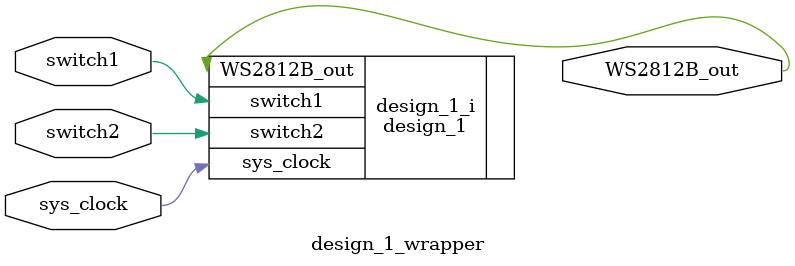
<source format=v>
`timescale 1 ps / 1 ps

module design_1_wrapper
   (WS2812B_out,
    switch1,
    switch2,
    sys_clock);
  output WS2812B_out;
  input switch1;
  input switch2;
  input sys_clock;

  wire WS2812B_out;
  wire switch1;
  wire switch2;
  wire sys_clock;

  design_1 design_1_i
       (.WS2812B_out(WS2812B_out),
        .switch1(switch1),
        .switch2(switch2),
        .sys_clock(sys_clock));
endmodule

</source>
